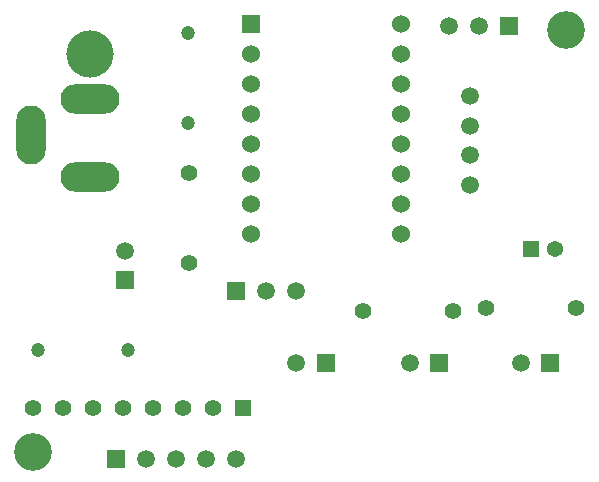
<source format=gbr>
%TF.GenerationSoftware,Altium Limited,Altium Designer,20.1.12 (249)*%
G04 Layer_Physical_Order=4*
G04 Layer_Color=16711680*
%FSLAX26Y26*%
%MOIN*%
%TF.SameCoordinates,3330814B-4F48-45CB-92AE-830D8B31506C*%
%TF.FilePolarity,Positive*%
%TF.FileFunction,Copper,L4,Bot,Signal*%
%TF.Part,Single*%
G01*
G75*
%TA.AperFunction,ComponentPad*%
%ADD12C,0.059370*%
%ADD13R,0.059370X0.059370*%
%TA.AperFunction,WasherPad*%
%ADD14C,0.125984*%
%TA.AperFunction,ComponentPad*%
%ADD15C,0.055118*%
%ADD16R,0.055039X0.055039*%
%ADD17C,0.055039*%
%ADD18C,0.053858*%
%ADD19R,0.053858X0.053858*%
%ADD20C,0.059055*%
%ADD21R,0.059055X0.059055*%
%ADD22R,0.059370X0.059370*%
%ADD23O,0.196850X0.098425*%
%ADD24O,0.196850X0.098425*%
%ADD25O,0.098425X0.196850*%
%ADD26C,0.157480*%
%ADD27C,0.047244*%
%ADD28C,0.060236*%
%ADD29R,0.060236X0.060236*%
D12*
X980000Y640000D02*
D03*
X880000D02*
D03*
X1590000Y1525000D02*
D03*
X1490000D02*
D03*
X1560000Y1093425D02*
D03*
Y995000D02*
D03*
Y1191850D02*
D03*
Y1290276D02*
D03*
X410000Y774213D02*
D03*
X981575Y400000D02*
D03*
X1360787D02*
D03*
X1730747Y399172D02*
D03*
D13*
X780000Y640000D02*
D03*
X1690000Y1525000D02*
D03*
X1080000Y400000D02*
D03*
X1459213D02*
D03*
X1829172Y399172D02*
D03*
D14*
X105000Y105000D02*
D03*
X1880000Y1510000D02*
D03*
D15*
X625000Y1035000D02*
D03*
Y735000D02*
D03*
X1505000Y575000D02*
D03*
X1205000D02*
D03*
X1915000Y585000D02*
D03*
X1615000D02*
D03*
D16*
X805000Y250000D02*
D03*
D17*
X705000D02*
D03*
X605000D02*
D03*
X505000D02*
D03*
X405000D02*
D03*
X305000D02*
D03*
X205000D02*
D03*
X105000D02*
D03*
D18*
X1844370Y781654D02*
D03*
D19*
X1765630D02*
D03*
D20*
X780000Y80000D02*
D03*
X680000D02*
D03*
X580000D02*
D03*
X480000D02*
D03*
D21*
X380000D02*
D03*
D22*
X410000Y675787D02*
D03*
D23*
X295000Y1279842D02*
D03*
D24*
Y1020000D02*
D03*
D25*
X98150Y1159764D02*
D03*
D26*
X295000Y1429449D02*
D03*
D27*
X620000Y1200000D02*
D03*
Y1500000D02*
D03*
X120000Y445000D02*
D03*
X420000D02*
D03*
D28*
X1330000Y1530000D02*
D03*
Y1430000D02*
D03*
Y1330000D02*
D03*
Y1230000D02*
D03*
Y1130000D02*
D03*
Y1030000D02*
D03*
Y930000D02*
D03*
Y830000D02*
D03*
X830000D02*
D03*
Y930000D02*
D03*
Y1030000D02*
D03*
Y1130000D02*
D03*
Y1230000D02*
D03*
Y1330000D02*
D03*
Y1430000D02*
D03*
D29*
Y1530000D02*
D03*
%TF.MD5,a32f52faa6299eb713c2dc21fca0c36b*%
M02*

</source>
